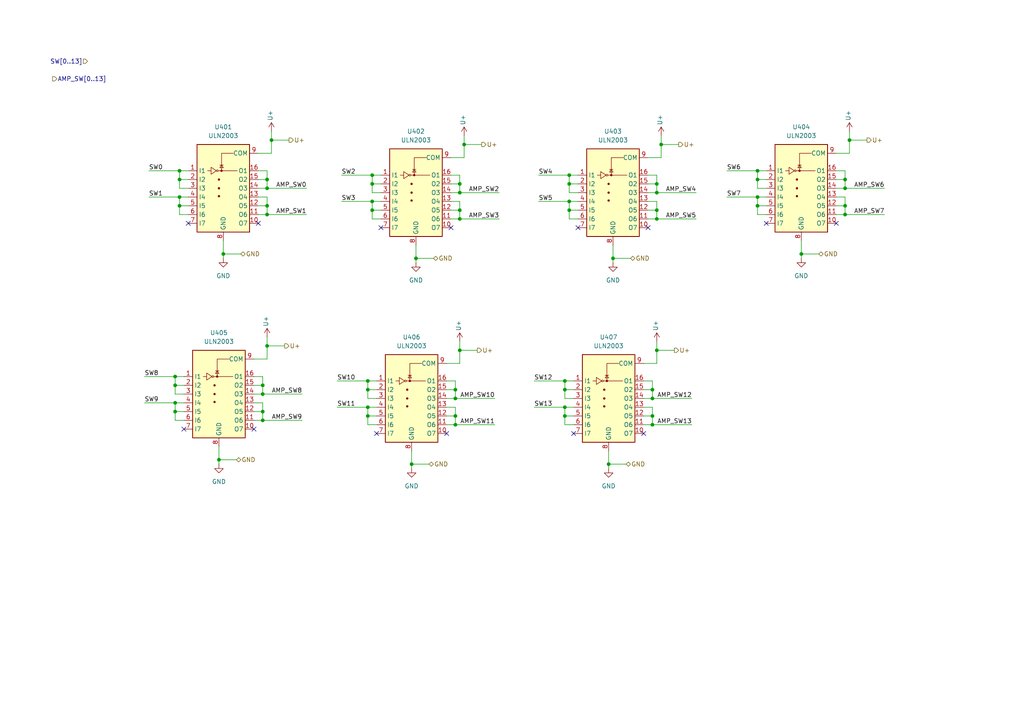
<source format=kicad_sch>
(kicad_sch (version 20231120) (generator "eeschema") (generator_version "7.99")
  (paper "A4")
  (lib_symbols
    (symbol "Transistor_Array:ULN2003"
      (property "Reference" "U" (at 0 15.875 0))
      (property "Value" "ULN2003" (at 0 13.97 0))
      (symbol "ULN2003_0_1"
        (rectangle (start -7.62 -12.7) (end 7.62 12.7) (stroke (width 0.254)) (fill (type background)))
        (circle (center -1.778 5.08) (radius 0.254))
        (circle (center -1.27 -2.286) (radius 0.254) (fill (type outline)))
        (circle (center -1.27 0) (radius 0.254) (fill (type outline)))
        (circle (center -1.27 2.54) (radius 0.254) (fill (type outline)))
        (circle (center -0.508 5.08) (radius 0.254) (fill (type outline)))
        (polyline (pts (xy -4.572 5.08) (xy -3.556 5.08)))
        (polyline (pts (xy -1.524 5.08) (xy 4.064 5.08)))
        (polyline (pts (xy 0 6.731) (xy -1.016 6.731)))
        (polyline (pts (xy -0.508 5.08) (xy -0.508 10.16) (xy 2.921 10.16)))
        (polyline (pts (xy -3.556 6.096) (xy -3.556 4.064) (xy -2.032 5.08) (xy -3.556 6.096)))
        (polyline (pts (xy 0 5.969) (xy -1.016 5.969) (xy -0.508 6.731) (xy 0 5.969)))
      )
      (symbol "ULN2003_1_1"
        (pin input line (at -10.16 5.08 0) (length 2.54) (name "I1") (number "1"))
        (pin open_collector line (at 10.16 -10.16 180) (length 2.54) (name "O7") (number "10"))
        (pin open_collector line (at 10.16 -7.62 180) (length 2.54) (name "O6") (number "11"))
        (pin open_collector line (at 10.16 -5.08 180) (length 2.54) (name "O5") (number "12"))
        (pin open_collector line (at 10.16 -2.54 180) (length 2.54) (name "O4") (number "13"))
        (pin open_collector line (at 10.16 0 180) (length 2.54) (name "O3") (number "14"))
        (pin open_collector line (at 10.16 2.54 180) (length 2.54) (name "O2") (number "15"))
        (pin open_collector line (at 10.16 5.08 180) (length 2.54) (name "O1") (number "16"))
        (pin input line (at -10.16 2.54 0) (length 2.54) (name "I2") (number "2"))
        (pin input line (at -10.16 0 0) (length 2.54) (name "I3") (number "3"))
        (pin input line (at -10.16 -2.54 0) (length 2.54) (name "I4") (number "4"))
        (pin input line (at -10.16 -5.08 0) (length 2.54) (name "I5") (number "5"))
        (pin input line (at -10.16 -7.62 0) (length 2.54) (name "I6") (number "6"))
        (pin input line (at -10.16 -10.16 0) (length 2.54) (name "I7") (number "7"))
        (pin power_in line (at 0 -15.24 90) (length 2.54) (name "GND") (number "8"))
        (pin passive line (at 10.16 10.16 180) (length 2.54) (name "COM") (number "9"))
      )
    )
    (symbol "power:+5V" (power) (pin_names (offset 0))
      (property "Value" "+5V" (at 0 3.556 0))
      (symbol "+5V_0_1"
        (polyline (pts (xy -0.762 1.27) (xy 0 2.54)))
        (polyline (pts (xy 0 0) (xy 0 2.54)))
        (polyline (pts (xy 0 2.54) (xy 0.762 1.27)))
      )
      (symbol "+5V_1_1"
        (pin power_in line (at 0 0 90) (length 0) hide (name "+5V") (number "1"))
      )
    )
    (symbol "power:GND" (power) (pin_names (offset 0))
      (property "Value" "GND" (at 0 -3.81 0))
      (symbol "GND_0_1"
        (polyline (pts (xy 0 0) (xy 0 -1.27) (xy 1.27 -1.27) (xy 0 -2.54) (xy -1.27 -1.27) (xy 0 -1.27)))
      )
      (symbol "GND_1_1"
        (pin power_in line (at 0 0 270) (length 0) hide (name "GND") (number "1"))
      )
    )
  )
  (junction (at 177.8 74.93))
  (junction (at 132.08 120.65))
  (junction (at 246.38 40.64))
  (junction (at 63.5 133.35))
  (junction (at 76.2 114.3))
  (junction (at 77.47 62.23))
  (junction (at 189.23 113.03))
  (junction (at 64.77 73.66))
  (junction (at 133.35 101.6))
  (junction (at 76.2 111.76))
  (junction (at 52.07 52.07))
  (junction (at 190.5 55.88))
  (junction (at 52.07 57.15))
  (junction (at 133.35 63.5))
  (junction (at 77.47 100.33))
  (junction (at 165.1 53.34))
  (junction (at 165.1 50.8))
  (junction (at 106.68 113.03))
  (junction (at 106.68 118.11))
  (junction (at 52.07 49.53))
  (junction (at 219.71 52.07))
  (junction (at 76.2 119.38))
  (junction (at 163.83 110.49))
  (junction (at 77.47 54.61))
  (junction (at 133.35 53.34))
  (junction (at 132.08 123.19))
  (junction (at 189.23 115.57))
  (junction (at 133.35 60.96))
  (junction (at 219.71 49.53))
  (junction (at 165.1 60.96))
  (junction (at 76.2 121.92))
  (junction (at 52.07 59.69))
  (junction (at 50.8 109.22))
  (junction (at 119.38 134.62))
  (junction (at 189.23 123.19))
  (junction (at 219.71 59.69))
  (junction (at 190.5 101.6))
  (junction (at 163.83 118.11))
  (junction (at 120.65 74.93))
  (junction (at 219.71 57.15))
  (junction (at 107.95 60.96))
  (junction (at 245.11 54.61))
  (junction (at 50.8 111.76))
  (junction (at 133.35 55.88))
  (junction (at 77.47 52.07))
  (junction (at 163.83 120.65))
  (junction (at 245.11 59.69))
  (junction (at 132.08 115.57))
  (junction (at 190.5 63.5))
  (junction (at 50.8 119.38))
  (junction (at 176.53 134.62))
  (junction (at 190.5 53.34))
  (junction (at 107.95 58.42))
  (junction (at 191.77 41.91))
  (junction (at 190.5 60.96))
  (junction (at 77.47 59.69))
  (junction (at 232.41 73.66))
  (junction (at 189.23 120.65))
  (junction (at 50.8 116.84))
  (junction (at 107.95 50.8))
  (junction (at 134.62 41.91))
  (junction (at 107.95 53.34))
  (junction (at 106.68 110.49))
  (junction (at 245.11 52.07))
  (junction (at 106.68 120.65))
  (junction (at 245.11 62.23))
  (junction (at 78.74 40.64))
  (junction (at 132.08 113.03))
  (junction (at 165.1 58.42))
  (junction (at 163.83 113.03))
  (no_connect (at 129.54 125.73))
  (no_connect (at 242.57 64.77))
  (no_connect (at 110.49 66.04))
  (no_connect (at 222.25 64.77))
  (no_connect (at 74.93 64.77))
  (no_connect (at 53.34 124.46))
  (no_connect (at 166.37 125.73))
  (no_connect (at 109.22 125.73))
  (no_connect (at 73.66 124.46))
  (no_connect (at 167.64 66.04))
  (no_connect (at 186.69 125.73))
  (no_connect (at 187.96 66.04))
  (no_connect (at 54.61 64.77))
  (no_connect (at 130.81 66.04))
  (wire (pts (xy 176.53 134.62) (xy 176.53 130.81)))
  (wire (pts (xy 132.08 115.57) (xy 132.08 113.03)))
  (wire (pts (xy 50.8 116.84) (xy 53.34 116.84)))
  (wire (pts (xy 190.5 101.6) (xy 190.5 105.41)))
  (wire (pts (xy 191.77 41.91) (xy 191.77 45.72)))
  (wire (pts (xy 165.1 50.8) (xy 167.64 50.8)))
  (wire (pts (xy 133.35 50.8) (xy 130.81 50.8)))
  (wire (pts (xy 107.95 53.34) (xy 110.49 53.34)))
  (wire (pts (xy 77.47 52.07) (xy 74.93 52.07)))
  (wire (pts (xy 219.71 59.69) (xy 222.25 59.69)))
  (wire (pts (xy 189.23 118.11) (xy 186.69 118.11)))
  (wire (pts (xy 190.5 63.5) (xy 187.96 63.5)))
  (wire (pts (xy 189.23 120.65) (xy 189.23 118.11)))
  (wire (pts (xy 181.61 134.62) (xy 176.53 134.62)))
  (wire (pts (xy 245.11 62.23) (xy 242.57 62.23)))
  (wire (pts (xy 41.91 109.22) (xy 50.8 109.22)))
  (wire (pts (xy 130.81 45.72) (xy 134.62 45.72)))
  (wire (pts (xy 132.08 113.03) (xy 132.08 110.49)))
  (wire (pts (xy 133.35 101.6) (xy 133.35 105.41)))
  (wire (pts (xy 133.35 53.34) (xy 130.81 53.34)))
  (wire (pts (xy 187.96 45.72) (xy 191.77 45.72)))
  (wire (pts (xy 106.68 110.49) (xy 106.68 113.03)))
  (wire (pts (xy 163.83 118.11) (xy 163.83 120.65)))
  (wire (pts (xy 132.08 120.65) (xy 129.54 120.65)))
  (wire (pts (xy 163.83 118.11) (xy 166.37 118.11)))
  (wire (pts (xy 107.95 50.8) (xy 107.95 53.34)))
  (wire (pts (xy 256.54 62.23) (xy 245.11 62.23)))
  (wire (pts (xy 107.95 60.96) (xy 107.95 63.5)))
  (wire (pts (xy 41.91 116.84) (xy 50.8 116.84)))
  (wire (pts (xy 52.07 52.07) (xy 54.61 52.07)))
  (wire (pts (xy 163.83 115.57) (xy 166.37 115.57)))
  (wire (pts (xy 201.93 55.88) (xy 190.5 55.88)))
  (wire (pts (xy 132.08 110.49) (xy 129.54 110.49)))
  (wire (pts (xy 144.78 55.88) (xy 133.35 55.88)))
  (wire (pts (xy 76.2 119.38) (xy 76.2 116.84)))
  (wire (pts (xy 132.08 123.19) (xy 132.08 120.65)))
  (wire (pts (xy 107.95 63.5) (xy 110.49 63.5)))
  (wire (pts (xy 165.1 53.34) (xy 167.64 53.34)))
  (wire (pts (xy 77.47 54.61) (xy 77.47 52.07)))
  (wire (pts (xy 99.06 58.42) (xy 107.95 58.42)))
  (wire (pts (xy 134.62 41.91) (xy 139.7 41.91)))
  (wire (pts (xy 210.82 57.15) (xy 219.71 57.15)))
  (wire (pts (xy 77.47 62.23) (xy 77.47 59.69)))
  (wire (pts (xy 77.47 100.33) (xy 82.55 100.33)))
  (wire (pts (xy 68.58 133.35) (xy 63.5 133.35)))
  (wire (pts (xy 76.2 121.92) (xy 76.2 119.38)))
  (wire (pts (xy 189.23 123.19) (xy 189.23 120.65)))
  (wire (pts (xy 132.08 123.19) (xy 129.54 123.19)))
  (wire (pts (xy 190.5 53.34) (xy 190.5 50.8)))
  (wire (pts (xy 219.71 62.23) (xy 222.25 62.23)))
  (wire (pts (xy 106.68 120.65) (xy 109.22 120.65)))
  (wire (pts (xy 77.47 100.33) (xy 77.47 104.14)))
  (wire (pts (xy 210.82 49.53) (xy 219.71 49.53)))
  (wire (pts (xy 189.23 110.49) (xy 186.69 110.49)))
  (wire (pts (xy 87.63 121.92) (xy 76.2 121.92)))
  (wire (pts (xy 186.69 105.41) (xy 190.5 105.41)))
  (wire (pts (xy 76.2 109.22) (xy 73.66 109.22)))
  (wire (pts (xy 245.11 54.61) (xy 245.11 52.07)))
  (wire (pts (xy 219.71 57.15) (xy 219.71 59.69)))
  (wire (pts (xy 76.2 116.84) (xy 73.66 116.84)))
  (wire (pts (xy 76.2 111.76) (xy 73.66 111.76)))
  (wire (pts (xy 50.8 109.22) (xy 53.34 109.22)))
  (wire (pts (xy 219.71 49.53) (xy 219.71 52.07)))
  (wire (pts (xy 52.07 57.15) (xy 52.07 59.69)))
  (wire (pts (xy 52.07 54.61) (xy 54.61 54.61)))
  (wire (pts (xy 165.1 58.42) (xy 165.1 60.96)))
  (wire (pts (xy 245.11 54.61) (xy 242.57 54.61)))
  (wire (pts (xy 50.8 114.3) (xy 53.34 114.3)))
  (wire (pts (xy 237.49 73.66) (xy 232.41 73.66)))
  (wire (pts (xy 132.08 115.57) (xy 129.54 115.57)))
  (wire (pts (xy 77.47 49.53) (xy 74.93 49.53)))
  (wire (pts (xy 50.8 111.76) (xy 50.8 114.3)))
  (wire (pts (xy 76.2 114.3) (xy 73.66 114.3)))
  (wire (pts (xy 190.5 55.88) (xy 187.96 55.88)))
  (wire (pts (xy 245.11 59.69) (xy 242.57 59.69)))
  (wire (pts (xy 245.11 57.15) (xy 242.57 57.15)))
  (wire (pts (xy 43.18 57.15) (xy 52.07 57.15)))
  (wire (pts (xy 190.5 60.96) (xy 187.96 60.96)))
  (wire (pts (xy 73.66 104.14) (xy 77.47 104.14)))
  (wire (pts (xy 189.23 115.57) (xy 189.23 113.03)))
  (wire (pts (xy 132.08 118.11) (xy 129.54 118.11)))
  (wire (pts (xy 106.68 118.11) (xy 109.22 118.11)))
  (wire (pts (xy 52.07 49.53) (xy 52.07 52.07)))
  (wire (pts (xy 107.95 53.34) (xy 107.95 55.88)))
  (wire (pts (xy 106.68 115.57) (xy 109.22 115.57)))
  (wire (pts (xy 77.47 59.69) (xy 77.47 57.15)))
  (wire (pts (xy 106.68 118.11) (xy 106.68 120.65)))
  (wire (pts (xy 134.62 39.37) (xy 134.62 41.91)))
  (wire (pts (xy 64.77 74.93) (xy 64.77 73.66)))
  (wire (pts (xy 52.07 52.07) (xy 52.07 54.61)))
  (wire (pts (xy 50.8 121.92) (xy 53.34 121.92)))
  (wire (pts (xy 219.71 52.07) (xy 222.25 52.07)))
  (wire (pts (xy 189.23 123.19) (xy 186.69 123.19)))
  (wire (pts (xy 189.23 113.03) (xy 186.69 113.03)))
  (wire (pts (xy 246.38 40.64) (xy 251.46 40.64)))
  (wire (pts (xy 77.47 54.61) (xy 74.93 54.61)))
  (wire (pts (xy 132.08 120.65) (xy 132.08 118.11)))
  (wire (pts (xy 106.68 113.03) (xy 106.68 115.57)))
  (wire (pts (xy 106.68 110.49) (xy 109.22 110.49)))
  (wire (pts (xy 190.5 58.42) (xy 187.96 58.42)))
  (wire (pts (xy 78.74 38.1) (xy 78.74 40.64)))
  (wire (pts (xy 144.78 63.5) (xy 133.35 63.5)))
  (wire (pts (xy 129.54 105.41) (xy 133.35 105.41)))
  (wire (pts (xy 76.2 121.92) (xy 73.66 121.92)))
  (wire (pts (xy 201.93 63.5) (xy 190.5 63.5)))
  (wire (pts (xy 154.94 110.49) (xy 163.83 110.49)))
  (wire (pts (xy 190.5 101.6) (xy 195.58 101.6)))
  (wire (pts (xy 245.11 52.07) (xy 242.57 52.07)))
  (wire (pts (xy 119.38 135.89) (xy 119.38 134.62)))
  (wire (pts (xy 107.95 55.88) (xy 110.49 55.88)))
  (wire (pts (xy 163.83 110.49) (xy 166.37 110.49)))
  (wire (pts (xy 64.77 73.66) (xy 64.77 69.85)))
  (wire (pts (xy 77.47 59.69) (xy 74.93 59.69)))
  (wire (pts (xy 88.9 62.23) (xy 77.47 62.23)))
  (wire (pts (xy 182.88 74.93) (xy 177.8 74.93)))
  (wire (pts (xy 134.62 41.91) (xy 134.62 45.72)))
  (wire (pts (xy 77.47 62.23) (xy 74.93 62.23)))
  (wire (pts (xy 177.8 74.93) (xy 177.8 71.12)))
  (wire (pts (xy 232.41 73.66) (xy 232.41 69.85)))
  (wire (pts (xy 191.77 39.37) (xy 191.77 41.91)))
  (wire (pts (xy 165.1 53.34) (xy 165.1 55.88)))
  (wire (pts (xy 219.71 52.07) (xy 219.71 54.61)))
  (wire (pts (xy 163.83 110.49) (xy 163.83 113.03)))
  (wire (pts (xy 189.23 120.65) (xy 186.69 120.65)))
  (wire (pts (xy 133.35 53.34) (xy 133.35 50.8)))
  (wire (pts (xy 163.83 123.19) (xy 166.37 123.19)))
  (wire (pts (xy 88.9 54.61) (xy 77.47 54.61)))
  (wire (pts (xy 246.38 40.64) (xy 246.38 44.45)))
  (wire (pts (xy 163.83 120.65) (xy 163.83 123.19)))
  (wire (pts (xy 97.79 110.49) (xy 106.68 110.49)))
  (wire (pts (xy 190.5 50.8) (xy 187.96 50.8)))
  (wire (pts (xy 52.07 49.53) (xy 54.61 49.53)))
  (wire (pts (xy 87.63 114.3) (xy 76.2 114.3)))
  (wire (pts (xy 245.11 49.53) (xy 242.57 49.53)))
  (wire (pts (xy 176.53 135.89) (xy 176.53 134.62)))
  (wire (pts (xy 190.5 53.34) (xy 187.96 53.34)))
  (wire (pts (xy 99.06 50.8) (xy 107.95 50.8)))
  (wire (pts (xy 52.07 62.23) (xy 54.61 62.23)))
  (wire (pts (xy 133.35 63.5) (xy 133.35 60.96)))
  (wire (pts (xy 242.57 44.45) (xy 246.38 44.45)))
  (wire (pts (xy 106.68 123.19) (xy 109.22 123.19)))
  (wire (pts (xy 165.1 55.88) (xy 167.64 55.88)))
  (wire (pts (xy 165.1 60.96) (xy 165.1 63.5)))
  (wire (pts (xy 106.68 120.65) (xy 106.68 123.19)))
  (wire (pts (xy 74.93 44.45) (xy 78.74 44.45)))
  (wire (pts (xy 245.11 62.23) (xy 245.11 59.69)))
  (wire (pts (xy 133.35 60.96) (xy 133.35 58.42)))
  (wire (pts (xy 119.38 134.62) (xy 119.38 130.81)))
  (wire (pts (xy 165.1 63.5) (xy 167.64 63.5)))
  (wire (pts (xy 156.21 58.42) (xy 165.1 58.42)))
  (wire (pts (xy 107.95 58.42) (xy 107.95 60.96)))
  (wire (pts (xy 165.1 60.96) (xy 167.64 60.96)))
  (wire (pts (xy 143.51 115.57) (xy 132.08 115.57)))
  (wire (pts (xy 219.71 54.61) (xy 222.25 54.61)))
  (wire (pts (xy 200.66 115.57) (xy 189.23 115.57)))
  (wire (pts (xy 124.46 134.62) (xy 119.38 134.62)))
  (wire (pts (xy 77.47 52.07) (xy 77.47 49.53)))
  (wire (pts (xy 200.66 123.19) (xy 189.23 123.19)))
  (wire (pts (xy 120.65 74.93) (xy 120.65 71.12)))
  (wire (pts (xy 133.35 63.5) (xy 130.81 63.5)))
  (wire (pts (xy 191.77 41.91) (xy 196.85 41.91)))
  (wire (pts (xy 177.8 76.2) (xy 177.8 74.93)))
  (wire (pts (xy 156.21 50.8) (xy 165.1 50.8)))
  (wire (pts (xy 165.1 50.8) (xy 165.1 53.34)))
  (wire (pts (xy 163.83 120.65) (xy 166.37 120.65)))
  (wire (pts (xy 63.5 133.35) (xy 63.5 129.54)))
  (wire (pts (xy 190.5 60.96) (xy 190.5 58.42)))
  (wire (pts (xy 63.5 134.62) (xy 63.5 133.35)))
  (wire (pts (xy 189.23 113.03) (xy 189.23 110.49)))
  (wire (pts (xy 125.73 74.93) (xy 120.65 74.93)))
  (wire (pts (xy 163.83 113.03) (xy 166.37 113.03)))
  (wire (pts (xy 50.8 119.38) (xy 53.34 119.38)))
  (wire (pts (xy 133.35 60.96) (xy 130.81 60.96)))
  (wire (pts (xy 52.07 59.69) (xy 52.07 62.23)))
  (wire (pts (xy 52.07 59.69) (xy 54.61 59.69)))
  (wire (pts (xy 50.8 116.84) (xy 50.8 119.38)))
  (wire (pts (xy 190.5 55.88) (xy 190.5 53.34)))
  (wire (pts (xy 77.47 97.79) (xy 77.47 100.33)))
  (wire (pts (xy 97.79 118.11) (xy 106.68 118.11)))
  (wire (pts (xy 133.35 55.88) (xy 130.81 55.88)))
  (wire (pts (xy 189.23 115.57) (xy 186.69 115.57)))
  (wire (pts (xy 78.74 40.64) (xy 83.82 40.64)))
  (wire (pts (xy 219.71 59.69) (xy 219.71 62.23)))
  (wire (pts (xy 133.35 99.06) (xy 133.35 101.6)))
  (wire (pts (xy 107.95 60.96) (xy 110.49 60.96)))
  (wire (pts (xy 163.83 113.03) (xy 163.83 115.57)))
  (wire (pts (xy 132.08 113.03) (xy 129.54 113.03)))
  (wire (pts (xy 120.65 76.2) (xy 120.65 74.93)))
  (wire (pts (xy 245.11 59.69) (xy 245.11 57.15)))
  (wire (pts (xy 52.07 57.15) (xy 54.61 57.15)))
  (wire (pts (xy 133.35 58.42) (xy 130.81 58.42)))
  (wire (pts (xy 69.85 73.66) (xy 64.77 73.66)))
  (wire (pts (xy 246.38 38.1) (xy 246.38 40.64)))
  (wire (pts (xy 143.51 123.19) (xy 132.08 123.19)))
  (wire (pts (xy 190.5 63.5) (xy 190.5 60.96)))
  (wire (pts (xy 232.41 74.93) (xy 232.41 73.66)))
  (wire (pts (xy 78.74 40.64) (xy 78.74 44.45)))
  (wire (pts (xy 256.54 54.61) (xy 245.11 54.61)))
  (wire (pts (xy 165.1 58.42) (xy 167.64 58.42)))
  (wire (pts (xy 190.5 99.06) (xy 190.5 101.6)))
  (wire (pts (xy 50.8 109.22) (xy 50.8 111.76)))
  (wire (pts (xy 245.11 52.07) (xy 245.11 49.53)))
  (wire (pts (xy 133.35 101.6) (xy 138.43 101.6)))
  (wire (pts (xy 76.2 114.3) (xy 76.2 111.76)))
  (wire (pts (xy 133.35 55.88) (xy 133.35 53.34)))
  (wire (pts (xy 107.95 58.42) (xy 110.49 58.42)))
  (wire (pts (xy 77.47 57.15) (xy 74.93 57.15)))
  (wire (pts (xy 50.8 119.38) (xy 50.8 121.92)))
  (wire (pts (xy 154.94 118.11) (xy 163.83 118.11)))
  (wire (pts (xy 50.8 111.76) (xy 53.34 111.76)))
  (wire (pts (xy 76.2 111.76) (xy 76.2 109.22)))
  (wire (pts (xy 219.71 49.53) (xy 222.25 49.53)))
  (wire (pts (xy 106.68 113.03) (xy 109.22 113.03)))
  (wire (pts (xy 43.18 49.53) (xy 52.07 49.53)))
  (wire (pts (xy 107.95 50.8) (xy 110.49 50.8)))
  (wire (pts (xy 76.2 119.38) (xy 73.66 119.38)))
  (wire (pts (xy 219.71 57.15) (xy 222.25 57.15)))
  (label "SW1" (at 43.18 57.15 0))
  (label "AMP_SW6" (at 256.54 54.61 180))
  (label "SW10" (at 97.79 110.49 0))
  (label "SW6" (at 210.82 49.53 0))
  (label "AMP_SW9" (at 87.63 121.92 180))
  (label "SW9" (at 41.91 116.84 0))
  (label "SW7" (at 210.82 57.15 0))
  (label "AMP_SW0" (at 88.9 54.61 180))
  (label "SW4" (at 156.21 50.8 0))
  (label "SW3" (at 99.06 58.42 0))
  (label "AMP_SW5" (at 201.93 63.5 180))
  (label "AMP_SW12" (at 200.66 115.57 180))
  (label "AMP_SW7" (at 256.54 62.23 180))
  (label "SW8" (at 41.91 109.22 0))
  (label "SW5" (at 156.21 58.42 0))
  (label "SW0" (at 43.18 49.53 0))
  (label "AMP_SW10" (at 143.51 115.57 180))
  (label "SW12" (at 154.94 110.49 0))
  (label "AMP_SW13" (at 200.66 123.19 180))
  (label "AMP_SW1" (at 88.9 62.23 180))
  (label "AMP_SW3" (at 144.78 63.5 180))
  (label "AMP_SW2" (at 144.78 55.88 180))
  (label "AMP_SW4" (at 201.93 55.88 180))
  (label "SW11" (at 97.79 118.11 0))
  (label "SW2" (at 99.06 50.8 0))
  (label "AMP_SW8" (at 87.63 114.3 180))
  (label "AMP_SW11" (at 143.51 123.19 180))
  (label "SW13" (at 154.94 118.11 0))
  (hierarchical_label "GND" (shape bidirectional) (at 237.49 73.66 0))
  (hierarchical_label "GND" (shape bidirectional) (at 125.73 74.93 0))
  (hierarchical_label "U+" (shape output) (at 251.46 40.64 0))
  (hierarchical_label "U+" (shape output) (at 138.43 101.6 0))
  (hierarchical_label "U+" (shape output) (at 139.7 41.91 0))
  (hierarchical_label "GND" (shape bidirectional) (at 181.61 134.62 0))
  (hierarchical_label "GND" (shape bidirectional) (at 124.46 134.62 0))
  (hierarchical_label "AMP_SW[0..13]" (shape output) (at 15.24 22.86 0))
  (hierarchical_label "SW[0..13]" (shape input) (at 25.4 17.78 180))
  (hierarchical_label "GND" (shape bidirectional) (at 68.58 133.35 0))
  (hierarchical_label "U+" (shape output) (at 196.85 41.91 0))
  (hierarchical_label "GND" (shape bidirectional) (at 182.88 74.93 0))
  (hierarchical_label "GND" (shape bidirectional) (at 69.85 73.66 0))
  (hierarchical_label "U+" (shape output) (at 83.82 40.64 0))
  (hierarchical_label "U+" (shape output) (at 195.58 101.6 0))
  (hierarchical_label "U+" (shape output) (at 82.55 100.33 0))
  (symbol (lib_id "power:+5V") (at 190.5 99.06 0) (mirror y) (unit 1)
    (property "Reference" "#PWR0416" (effects (hide yes)))
    (property "Value" "U+" (at 190.1444 96.012 90) (effects (justify left)))
    (property "Description" "Power symbol creates a global label with name \"+5V\"" (effects (hide yes)))
  )
  (symbol (lib_id "Transistor_Array:ULN2003") (at 119.38 115.57 0) (unit 1)
    (property "Reference" "U406" (at 119.38 97.79 0))
    (property "Value" "ULN2003" (at 119.38 100.33 0))
    (property "Footprint" "Package_SO:SOIC-16_3.9x9.9mm_P1.27mm" (effects (hide yes)))
    (property "Datasheet" "http://www.ti.com/lit/ds/symlink/uln2003a.pdf" (effects (hide yes)))
    (property "Description" "High Voltage, High Current Darlington Transistor Arrays, SOIC16/SOIC16W/DIP16/TSSOP16" (effects (hide yes)))
  )
  (symbol (lib_id "power:+5V") (at 78.74 38.1 0) (mirror y) (unit 1)
    (property "Reference" "#PWR0404" (effects (hide yes)))
    (property "Value" "U+" (at 78.3844 35.052 90) (effects (justify left)))
    (property "Description" "Power symbol creates a global label with name \"+5V\"" (effects (hide yes)))
  )
  (symbol (lib_id "power:GND") (at 120.65 76.2 0) (unit 1)
    (property "Reference" "#PWR0405" (effects (hide yes)))
    (property "Value" "GND" (at 120.65 81.28 0))
    (property "Description" "Power symbol creates a global label with name \"GND\" , ground" (effects (hide yes)))
  )
  (symbol (lib_id "Transistor_Array:ULN2003") (at 177.8 55.88 0) (unit 1)
    (property "Reference" "U403" (at 177.8 38.1 0))
    (property "Value" "ULN2003" (at 177.8 40.64 0))
    (property "Footprint" "Package_SO:SOIC-16_3.9x9.9mm_P1.27mm" (effects (hide yes)))
    (property "Datasheet" "http://www.ti.com/lit/ds/symlink/uln2003a.pdf" (effects (hide yes)))
    (property "Description" "High Voltage, High Current Darlington Transistor Arrays, SOIC16/SOIC16W/DIP16/TSSOP16" (effects (hide yes)))
  )
  (symbol (lib_id "power:GND") (at 64.77 74.93 0) (unit 1)
    (property "Reference" "#PWR0403" (effects (hide yes)))
    (property "Value" "GND" (at 64.77 80.01 0))
    (property "Description" "Power symbol creates a global label with name \"GND\" , ground" (effects (hide yes)))
  )
  (symbol (lib_id "power:+5V") (at 133.35 99.06 0) (mirror y) (unit 1)
    (property "Reference" "#PWR0414" (effects (hide yes)))
    (property "Value" "U+" (at 132.9944 96.012 90) (effects (justify left)))
    (property "Description" "Power symbol creates a global label with name \"+5V\"" (effects (hide yes)))
  )
  (symbol (lib_id "power:GND") (at 63.5 134.62 0) (unit 1)
    (property "Reference" "#PWR0411" (effects (hide yes)))
    (property "Value" "GND" (at 63.5 139.7 0))
    (property "Description" "Power symbol creates a global label with name \"GND\" , ground" (effects (hide yes)))
  )
  (symbol (lib_id "power:+5V") (at 77.47 97.79 0) (mirror y) (unit 1)
    (property "Reference" "#PWR0412" (effects (hide yes)))
    (property "Value" "U+" (at 77.1144 94.742 90) (effects (justify left)))
    (property "Description" "Power symbol creates a global label with name \"+5V\"" (effects (hide yes)))
  )
  (symbol (lib_id "Transistor_Array:ULN2003") (at 63.5 114.3 0) (unit 1)
    (property "Reference" "U405" (at 63.5 96.52 0))
    (property "Value" "ULN2003" (at 63.5 99.06 0))
    (property "Footprint" "Package_SO:SOIC-16_3.9x9.9mm_P1.27mm" (effects (hide yes)))
    (property "Datasheet" "http://www.ti.com/lit/ds/symlink/uln2003a.pdf" (effects (hide yes)))
    (property "Description" "High Voltage, High Current Darlington Transistor Arrays, SOIC16/SOIC16W/DIP16/TSSOP16" (effects (hide yes)))
  )
  (symbol (lib_id "power:GND") (at 232.41 74.93 0) (unit 1)
    (property "Reference" "#PWR0409" (effects (hide yes)))
    (property "Value" "GND" (at 232.41 80.01 0))
    (property "Description" "Power symbol creates a global label with name \"GND\" , ground" (effects (hide yes)))
  )
  (symbol (lib_id "Transistor_Array:ULN2003") (at 176.53 115.57 0) (unit 1)
    (property "Reference" "U407" (at 176.53 97.79 0))
    (property "Value" "ULN2003" (at 176.53 100.33 0))
    (property "Footprint" "Package_SO:SOIC-16_3.9x9.9mm_P1.27mm" (effects (hide yes)))
    (property "Datasheet" "http://www.ti.com/lit/ds/symlink/uln2003a.pdf" (effects (hide yes)))
    (property "Description" "High Voltage, High Current Darlington Transistor Arrays, SOIC16/SOIC16W/DIP16/TSSOP16" (effects (hide yes)))
  )
  (symbol (lib_id "power:+5V") (at 246.38 38.1 0) (mirror y) (unit 1)
    (property "Reference" "#PWR0410" (effects (hide yes)))
    (property "Value" "U+" (at 246.0244 35.052 90) (effects (justify left)))
    (property "Description" "Power symbol creates a global label with name \"+5V\"" (effects (hide yes)))
  )
  (symbol (lib_id "Transistor_Array:ULN2003") (at 120.65 55.88 0) (unit 1)
    (property "Reference" "U402" (at 120.65 38.1 0))
    (property "Value" "ULN2003" (at 120.65 40.64 0))
    (property "Footprint" "Package_SO:SOIC-16_3.9x9.9mm_P1.27mm" (effects (hide yes)))
    (property "Datasheet" "http://www.ti.com/lit/ds/symlink/uln2003a.pdf" (effects (hide yes)))
    (property "Description" "High Voltage, High Current Darlington Transistor Arrays, SOIC16/SOIC16W/DIP16/TSSOP16" (effects (hide yes)))
  )
  (symbol (lib_id "power:GND") (at 119.38 135.89 0) (unit 1)
    (property "Reference" "#PWR0413" (effects (hide yes)))
    (property "Value" "GND" (at 119.38 140.97 0))
    (property "Description" "Power symbol creates a global label with name \"GND\" , ground" (effects (hide yes)))
  )
  (symbol (lib_id "power:+5V") (at 191.77 39.37 0) (mirror y) (unit 1)
    (property "Reference" "#PWR0408" (effects (hide yes)))
    (property "Value" "U+" (at 191.4144 36.322 90) (effects (justify left)))
    (property "Description" "Power symbol creates a global label with name \"+5V\"" (effects (hide yes)))
  )
  (symbol (lib_id "power:+5V") (at 134.62 39.37 0) (mirror y) (unit 1)
    (property "Reference" "#PWR0406" (effects (hide yes)))
    (property "Value" "U+" (at 134.2644 36.322 90) (effects (justify left)))
    (property "Description" "Power symbol creates a global label with name \"+5V\"" (effects (hide yes)))
  )
  (symbol (lib_id "power:GND") (at 176.53 135.89 0) (unit 1)
    (property "Reference" "#PWR0415" (effects (hide yes)))
    (property "Value" "GND" (at 176.53 140.97 0))
    (property "Description" "Power symbol creates a global label with name \"GND\" , ground" (effects (hide yes)))
  )
  (symbol (lib_id "Transistor_Array:ULN2003") (at 232.41 54.61 0) (unit 1)
    (property "Reference" "U404" (at 232.41 36.83 0))
    (property "Value" "ULN2003" (at 232.41 39.37 0))
    (property "Footprint" "Package_SO:SOIC-16_3.9x9.9mm_P1.27mm" (effects (hide yes)))
    (property "Datasheet" "http://www.ti.com/lit/ds/symlink/uln2003a.pdf" (effects (hide yes)))
    (property "Description" "High Voltage, High Current Darlington Transistor Arrays, SOIC16/SOIC16W/DIP16/TSSOP16" (effects (hide yes)))
  )
  (symbol (lib_id "Transistor_Array:ULN2003") (at 64.77 54.61 0) (unit 1)
    (property "Reference" "U401" (at 64.77 36.83 0))
    (property "Value" "ULN2003" (at 64.77 39.37 0))
    (property "Footprint" "Package_SO:SOIC-16_3.9x9.9mm_P1.27mm" (effects (hide yes)))
    (property "Datasheet" "http://www.ti.com/lit/ds/symlink/uln2003a.pdf" (effects (hide yes)))
    (property "Description" "High Voltage, High Current Darlington Transistor Arrays, SOIC16/SOIC16W/DIP16/TSSOP16" (effects (hide yes)))
  )
  (symbol (lib_id "power:GND") (at 177.8 76.2 0) (unit 1)
    (property "Reference" "#PWR0407" (effects (hide yes)))
    (property "Value" "GND" (at 177.8 81.28 0))
    (property "Description" "Power symbol creates a global label with name \"GND\" , ground" (effects (hide yes)))
  )
)
</source>
